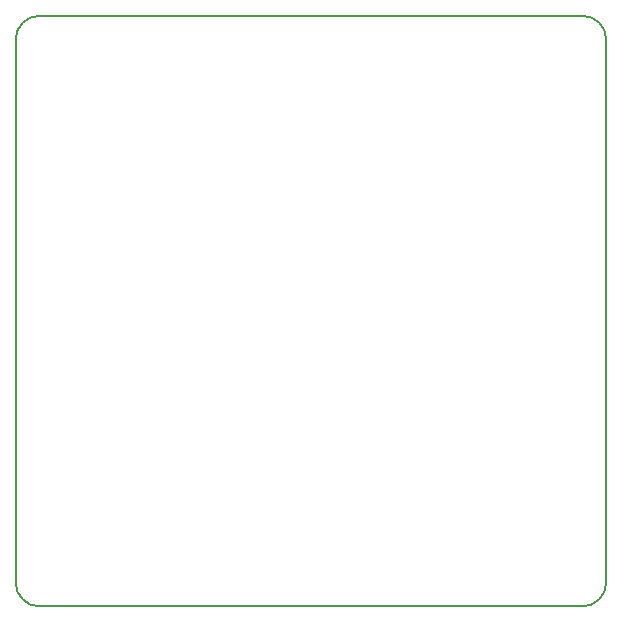
<source format=gm1>
G04 #@! TF.FileFunction,Profile,NP*
%FSLAX46Y46*%
G04 Gerber Fmt 4.6, Leading zero omitted, Abs format (unit mm)*
G04 Created by KiCad (PCBNEW (2015-08-15 BZR 6094)-product) date Mon 17 Aug 2015 18:02:55 BST*
%MOMM*%
G01*
G04 APERTURE LIST*
%ADD10C,0.100000*%
%ADD11C,0.150000*%
G04 APERTURE END LIST*
D10*
D11*
X90000000Y-108000000D02*
G75*
G03X92000000Y-110000000I2000000J0D01*
G01*
X138000000Y-110000000D02*
G75*
G03X140000000Y-108000000I0J2000000D01*
G01*
X140000000Y-108000000D02*
X140000000Y-62000000D01*
X92000000Y-110000000D02*
X138000000Y-110000000D01*
X90000000Y-62000000D02*
X90000000Y-108000000D01*
X92000000Y-60000000D02*
X138000000Y-60000000D01*
X140000000Y-62000000D02*
G75*
G03X138000000Y-60000000I-2000000J0D01*
G01*
X92000000Y-60000000D02*
G75*
G03X90000000Y-62000000I0J-2000000D01*
G01*
M02*

</source>
